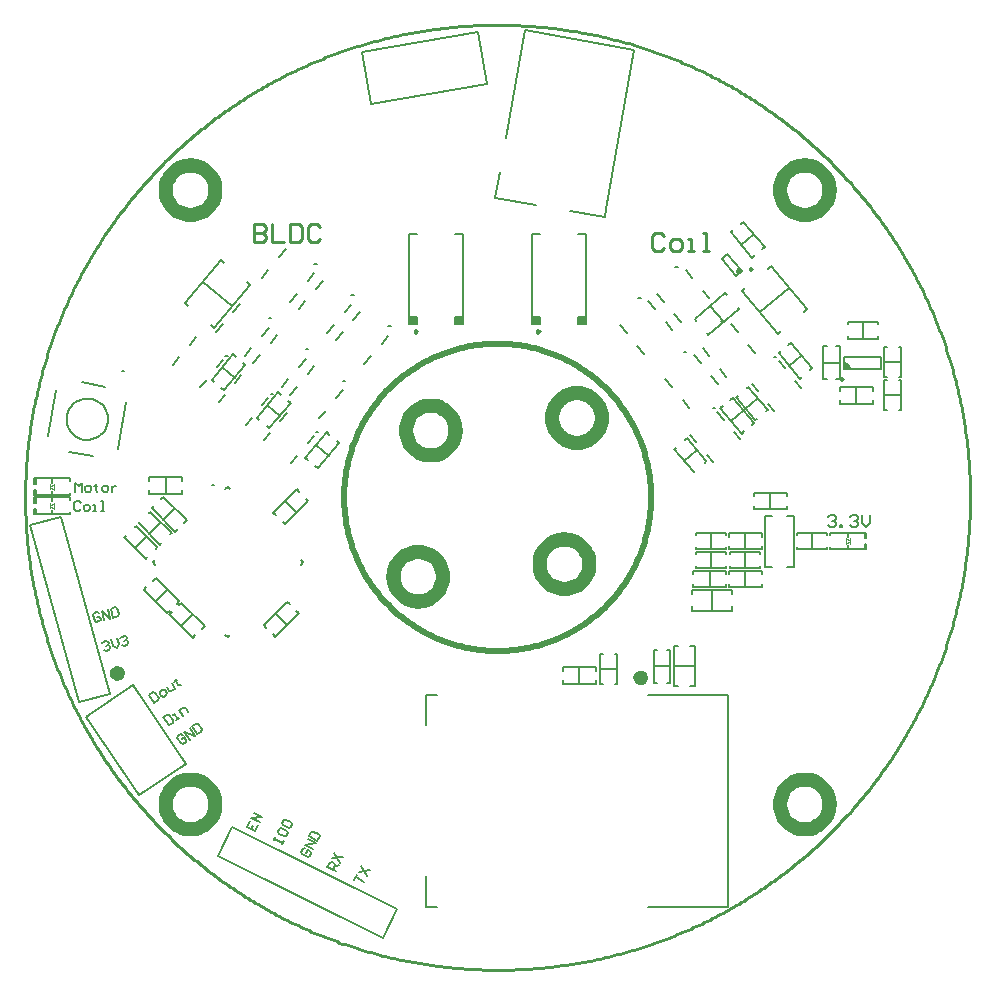
<source format=gto>
G04*
G04 #@! TF.GenerationSoftware,Altium Limited,Altium Designer,21.6.4 (81)*
G04*
G04 Layer_Color=65535*
%FSLAX25Y25*%
%MOIN*%
G70*
G04*
G04 #@! TF.SameCoordinates,78FA80CD-A9BF-463E-8246-B3BA63ED9FFF*
G04*
G04*
G04 #@! TF.FilePolarity,Positive*
G04*
G01*
G75*
%ADD10C,0.02953*%
%ADD11C,0.00500*%
%ADD12C,0.00787*%
%ADD13C,0.00984*%
%ADD14C,0.04528*%
%ADD15C,0.01968*%
%ADD16C,0.00197*%
%ADD17C,0.02803*%
%ADD18C,0.00591*%
%ADD19C,0.00394*%
%ADD20C,0.00602*%
%ADD21C,0.01000*%
%ADD22R,0.02657X0.02165*%
G36*
X81388Y75302D02*
X80376Y76509D01*
X80136Y76307D01*
X79847Y75752D01*
X79792Y75128D01*
X79980Y74530D01*
X80182Y74290D01*
D01*
X81388Y75302D01*
D02*
G37*
G36*
X115561Y42851D02*
Y44820D01*
X116152Y44820D01*
X117333Y43639D01*
X117333Y42851D01*
X115561D01*
D02*
G37*
D10*
X48563Y-59981D02*
X48071Y-59129D01*
X47087D01*
X46595Y-59981D01*
X47087Y-60834D01*
X48071D01*
X48563Y-59981D01*
D11*
X-129896Y26018D02*
X-129970Y27024D01*
X-130189Y28009D01*
X-130549Y28951D01*
X-131043Y29831D01*
X-131659Y30629D01*
X-132386Y31329D01*
X-133206Y31916D01*
X-134103Y32377D01*
X-135058Y32703D01*
X-136050Y32886D01*
X-137058Y32923D01*
X-138060Y32813D01*
X-139036Y32558D01*
X-139965Y32163D01*
X-140826Y31638D01*
X-141601Y30992D01*
X-142274Y30241D01*
X-142831Y29400D01*
X-143259Y28487D01*
X-143549Y27521D01*
X-143696Y26523D01*
Y25514D01*
X-143549Y24516D01*
X-143259Y23550D01*
X-142831Y22637D01*
X-142274Y21795D01*
X-141601Y21044D01*
X-140826Y20399D01*
X-139965Y19873D01*
X-139036Y19479D01*
X-138060Y19224D01*
X-137058Y19114D01*
X-136050Y19150D01*
X-135058Y19334D01*
X-134103Y19659D01*
X-133206Y20121D01*
X-132386Y20707D01*
X-131659Y21408D01*
X-131043Y22206D01*
X-130549Y23086D01*
X-130189Y24028D01*
X-129970Y25012D01*
X-129896Y26018D01*
X-126560Y16217D02*
X-123826Y31725D01*
X-142730Y15090D02*
X-134976Y13723D01*
X-149785Y20312D02*
X-147050Y35820D01*
X-138635Y38314D02*
X-130880Y36947D01*
X-90755Y2655D02*
X-89920Y3490D01*
X-114975Y-21565D02*
X-114140Y-20729D01*
X-65701Y-22400D02*
X-64865Y-21565D01*
X-89920Y-46619D02*
X-89085Y-45784D01*
X-89920Y3490D02*
X-89085Y2655D01*
X-114975Y-21565D02*
X-114140Y-22400D01*
X-65701Y-20729D02*
X-64865Y-21565D01*
X-90755Y-45784D02*
X-89920Y-46619D01*
X-93024Y31629D02*
X-90987Y34057D01*
X-83976Y24037D02*
X-81939Y26465D01*
X-87469Y38249D02*
X-85432Y40677D01*
X-78422Y30657D02*
X-76385Y33085D01*
X-108115Y44281D02*
X-106078Y46709D01*
X-99067Y36689D02*
X-97030Y39117D01*
X-102560Y50901D02*
X-100523Y53329D01*
X-93512Y43309D02*
X-91475Y45737D01*
X-88057Y61895D02*
X-85843Y64534D01*
X-93814Y55034D02*
X-91600Y57673D01*
X-84314Y47062D02*
X-82100Y49701D01*
X-78557Y53923D02*
X-76343Y56562D01*
X-75692Y51519D02*
X-73478Y54158D01*
X-81449Y44658D02*
X-79235Y47297D01*
X-71949Y36687D02*
X-69735Y39325D01*
X-66192Y43548D02*
X-63977Y46187D01*
X-72873Y79991D02*
X-70659Y82630D01*
X-78630Y73129D02*
X-76416Y75768D01*
X-69130Y65158D02*
X-66916Y67797D01*
X-63373Y72019D02*
X-61159Y74658D01*
X-77956Y18975D02*
X-75919Y21403D01*
X-68908Y11383D02*
X-66871Y13811D01*
X-72401Y25595D02*
X-70364Y28023D01*
X-63353Y18003D02*
X-61316Y20430D01*
X-63327Y41144D02*
X-61112Y43783D01*
X-69084Y34282D02*
X-66869Y36921D01*
X-59584Y26311D02*
X-57369Y28950D01*
X-53826Y33172D02*
X-51612Y35811D01*
X-60508Y69615D02*
X-58293Y72254D01*
X-66265Y62754D02*
X-64051Y65393D01*
X-56765Y54782D02*
X-54551Y57421D01*
X-51008Y61643D02*
X-48793Y64282D01*
X-48143Y59239D02*
X-45928Y61878D01*
X-53900Y52378D02*
X-51686Y55017D01*
X-44400Y44406D02*
X-42185Y47045D01*
X-38642Y51268D02*
X-36428Y53907D01*
X77808Y57702D02*
X80023Y55063D01*
X83565Y50840D02*
X85780Y48201D01*
X74065Y42869D02*
X76280Y40230D01*
X68308Y49730D02*
X70522Y47091D01*
X62624Y75797D02*
X64838Y73158D01*
X68382Y68936D02*
X70596Y66297D01*
X58881Y60964D02*
X61096Y58325D01*
X53124Y67826D02*
X55338Y65187D01*
X50259Y65421D02*
X52473Y62783D01*
X56016Y58560D02*
X58231Y55921D01*
X46516Y50589D02*
X48730Y47950D01*
X40759Y57450D02*
X42973Y54811D01*
X73283Y28336D02*
X75320Y25908D01*
X64235Y20744D02*
X66272Y18316D01*
X78838Y21716D02*
X80875Y19288D01*
X69790Y14124D02*
X71827Y11696D01*
X65443Y47326D02*
X67657Y44687D01*
X71200Y40465D02*
X73414Y37826D01*
X61700Y32493D02*
X63914Y29854D01*
X55943Y39354D02*
X58157Y36715D01*
X93678Y45450D02*
X95715Y43022D01*
X84630Y37857D02*
X86667Y35430D01*
X99233Y38829D02*
X101270Y36402D01*
X90185Y31238D02*
X92222Y28810D01*
D12*
X-124562Y42207D02*
X-125350D01*
X-124562D01*
X-94384Y4172D02*
X-95172D01*
X-94384D01*
X-95172D01*
X-94384D01*
X-74865Y34427D02*
X-75652D01*
X-74865D01*
X-89955Y47079D02*
X-90743D01*
X-89955D01*
X-75523Y59674D02*
X-76310D01*
X-75523D01*
X-63157Y49298D02*
X-63945D01*
X-63157D01*
X-60338Y77769D02*
X-61126D01*
X-60338D01*
X-59796Y21773D02*
X-60584D01*
X-59796D01*
X-50792Y38922D02*
X-51579D01*
X-50792D01*
X-47973Y67393D02*
X-48761D01*
X-47973D01*
X-35608Y57018D02*
X-36395D01*
X-35608D01*
X80376Y76509D02*
X79828Y75517D01*
X80087Y74415D01*
X117333Y43048D02*
X117095Y43934D01*
X116447Y44582D01*
X115561Y44820D01*
X75212Y58662D02*
X74424D01*
X75212D01*
X60028Y76757D02*
X59241D01*
X60028D01*
X47663Y66382D02*
X46875D01*
X47663D01*
X72550Y29678D02*
X71763D01*
X72550D01*
X62847Y48286D02*
X62059D01*
X62847D01*
X92946Y46792D02*
X92158D01*
X92946D01*
X50256Y-136614D02*
X76634Y-136614D01*
X-23760Y-136614D02*
Y-126378D01*
Y-136614D02*
X-20217Y-136614D01*
X-23760Y-75984D02*
Y-65748D01*
X-20217D01*
X50256Y-65748D02*
X76634Y-65748D01*
Y-136614D02*
Y-65748D01*
X-26870Y57874D02*
Y60039D01*
X-29528D02*
X-26870D01*
X-14075D02*
X-11417D01*
X-14075Y57874D02*
Y60039D01*
Y87795D02*
X-11417D01*
X-14075Y57874D02*
X-11417D01*
X-29528Y87795D02*
X-26870D01*
X-29528Y57874D02*
X-26870D01*
X-11417D02*
Y87795D01*
X-29528Y57874D02*
Y87795D01*
X-119510Y-99302D02*
X-103843Y-88735D01*
X-121455Y-62623D02*
X-103843Y-88735D01*
X-137122Y-73190D02*
X-121455Y-62623D01*
X-137122Y-73190D02*
X-119510Y-99302D01*
X14075Y57874D02*
Y60039D01*
X11417Y60039D02*
X14075Y60039D01*
X26870D02*
X29528D01*
X26870Y57874D02*
Y60039D01*
Y87795D02*
X29528Y87795D01*
X26870Y57874D02*
X29528Y57874D01*
X11417Y87795D02*
X14075Y87795D01*
X11417Y57874D02*
X14075Y57874D01*
X29528Y57874D02*
Y87795D01*
X11417Y57874D02*
Y87795D01*
X74770Y79514D02*
X79478Y73904D01*
X76580Y81033D02*
X81287Y75422D01*
X74770Y79514D02*
X76580Y81033D01*
X79478Y73904D02*
X81287Y75422D01*
X117333Y42851D02*
X117333Y43048D01*
X115561Y46788D02*
X115561Y42851D01*
X127766Y46788D02*
X127766Y42851D01*
X115561D02*
X127766D01*
X115561Y46788D02*
X127766D01*
X-38372Y-146735D02*
X-33647Y-137257D01*
X-88400Y-109958D02*
X-33647Y-137257D01*
X-93125Y-119436D02*
X-88400Y-109958D01*
X-93125Y-119436D02*
X-38372Y-146735D01*
X-155797Y-9339D02*
X-145592Y-6509D01*
X-155797Y-9339D02*
X-139447Y-68295D01*
X-129242Y-65465D01*
X-145592Y-6509D02*
X-129242Y-65465D01*
X89119Y-6049D02*
X91482D01*
X89119Y-23286D02*
X91482D01*
X89119D02*
Y-6049D01*
X96403Y-23286D02*
X98765D01*
Y-6049D01*
X96403D02*
X98765D01*
X24122Y95468D02*
X35656Y93434D01*
X36118Y96051D01*
X45501Y149266D01*
X-789Y99861D02*
X12878Y97451D01*
X-789Y99861D02*
X698Y108294D01*
X2715Y119731D02*
X9055Y155692D01*
X45501Y149266D01*
X-45351Y148449D02*
X-6579Y155285D01*
X-3503Y137838D01*
X-42275Y131001D02*
X-3503Y137838D01*
X-45351Y148449D02*
X-42275Y131001D01*
X110236Y-6563D02*
X110892Y-5907D01*
X112204D01*
X112860Y-6563D01*
Y-7219D01*
X112204Y-7875D01*
X111548D01*
X112204D01*
X112860Y-8531D01*
Y-9187D01*
X112204Y-9843D01*
X110892D01*
X110236Y-9187D01*
X114172Y-9843D02*
Y-9187D01*
X114828D01*
Y-9843D01*
X114172D01*
X117452Y-6563D02*
X118108Y-5907D01*
X119420D01*
X120076Y-6563D01*
Y-7219D01*
X119420Y-7875D01*
X118764D01*
X119420D01*
X120076Y-8531D01*
Y-9187D01*
X119420Y-9843D01*
X118108D01*
X117452Y-9187D01*
X121388Y-5907D02*
Y-8531D01*
X122699Y-9843D01*
X124011Y-8531D01*
Y-5907D01*
D13*
X-26969Y55315D02*
X-27707Y55741D01*
Y54889D01*
X-26969Y55315D01*
X13976D02*
X13238Y55741D01*
Y54889D01*
X13976Y55315D01*
X84751Y76169D02*
X84013Y76595D01*
Y75743D01*
X84751Y76169D01*
X115167Y39505D02*
X114429Y39931D01*
Y39079D01*
X115167Y39505D01*
D14*
X110630Y102362D02*
X110570Y103359D01*
X110390Y104341D01*
X110093Y105294D01*
X109683Y106204D01*
X109166Y107059D01*
X108551Y107845D01*
X107845Y108551D01*
X107059Y109167D01*
X106204Y109683D01*
X105294Y110093D01*
X104341Y110390D01*
X103359Y110570D01*
X102362Y110630D01*
X101365Y110570D01*
X100383Y110390D01*
X99430Y110093D01*
X98520Y109683D01*
X97666Y109167D01*
X96880Y108551D01*
X96174Y107845D01*
X95558Y107059D01*
X95041Y106204D01*
X94632Y105294D01*
X94335Y104341D01*
X94155Y103359D01*
X94094Y102362D01*
X94155Y101366D01*
X94335Y100384D01*
X94632Y99431D01*
X95041Y98520D01*
X95558Y97666D01*
X96174Y96880D01*
X96880Y96174D01*
X97666Y95558D01*
X98520Y95042D01*
X99430Y94632D01*
X100383Y94335D01*
X101366Y94155D01*
X102362Y94095D01*
X103359Y94155D01*
X104341Y94335D01*
X105294Y94632D01*
X106204Y95042D01*
X107059Y95558D01*
X107845Y96174D01*
X108551Y96880D01*
X109166Y97666D01*
X109683Y98520D01*
X110093Y99431D01*
X110390Y100384D01*
X110570Y101366D01*
X110630Y102362D01*
X-94095Y-102362D02*
X-94155Y-101365D01*
X-94335Y-100383D01*
X-94632Y-99430D01*
X-95042Y-98520D01*
X-95558Y-97666D01*
X-96174Y-96880D01*
X-96880Y-96174D01*
X-97666Y-95558D01*
X-98520Y-95041D01*
X-99431Y-94632D01*
X-100384Y-94335D01*
X-101366Y-94155D01*
X-102362Y-94094D01*
X-103359Y-94155D01*
X-104341Y-94335D01*
X-105294Y-94632D01*
X-106204Y-95041D01*
X-107059Y-95558D01*
X-107845Y-96174D01*
X-108551Y-96880D01*
X-109167Y-97666D01*
X-109683Y-98520D01*
X-110093Y-99430D01*
X-110390Y-100383D01*
X-110570Y-101365D01*
X-110630Y-102362D01*
X-110570Y-103359D01*
X-110390Y-104341D01*
X-110093Y-105294D01*
X-109683Y-106204D01*
X-109167Y-107059D01*
X-108551Y-107845D01*
X-107845Y-108551D01*
X-107059Y-109166D01*
X-106204Y-109683D01*
X-105294Y-110093D01*
X-104341Y-110390D01*
X-103359Y-110570D01*
X-102362Y-110630D01*
X-101366Y-110570D01*
X-100384Y-110390D01*
X-99431Y-110093D01*
X-98520Y-109683D01*
X-97666Y-109166D01*
X-96880Y-108551D01*
X-96174Y-107845D01*
X-95558Y-107059D01*
X-95042Y-106204D01*
X-94632Y-105294D01*
X-94335Y-104341D01*
X-94155Y-103359D01*
X-94095Y-102362D01*
X110630Y-102362D02*
X110570Y-101365D01*
X110390Y-100383D01*
X110093Y-99430D01*
X109683Y-98520D01*
X109166Y-97666D01*
X108551Y-96880D01*
X107845Y-96174D01*
X107059Y-95558D01*
X106204Y-95041D01*
X105294Y-94632D01*
X104341Y-94335D01*
X103359Y-94155D01*
X102362Y-94094D01*
X101365Y-94155D01*
X100383Y-94335D01*
X99430Y-94632D01*
X98520Y-95041D01*
X97666Y-95558D01*
X96880Y-96174D01*
X96174Y-96880D01*
X95558Y-97666D01*
X95041Y-98520D01*
X94632Y-99430D01*
X94335Y-100383D01*
X94155Y-101365D01*
X94094Y-102362D01*
X94155Y-103359D01*
X94335Y-104341D01*
X94632Y-105294D01*
X95041Y-106204D01*
X95558Y-107059D01*
X96174Y-107845D01*
X96880Y-108551D01*
X97666Y-109166D01*
X98520Y-109683D01*
X99430Y-110093D01*
X100383Y-110390D01*
X101366Y-110570D01*
X102362Y-110630D01*
X103359Y-110570D01*
X104341Y-110390D01*
X105294Y-110093D01*
X106204Y-109683D01*
X107059Y-109166D01*
X107845Y-108551D01*
X108551Y-107845D01*
X109166Y-107059D01*
X109683Y-106204D01*
X110093Y-105294D01*
X110390Y-104341D01*
X110570Y-103359D01*
X110630Y-102362D01*
X-94095Y102362D02*
X-94155Y103359D01*
X-94335Y104341D01*
X-94632Y105294D01*
X-95042Y106204D01*
X-95558Y107059D01*
X-96174Y107845D01*
X-96880Y108551D01*
X-97666Y109167D01*
X-98520Y109683D01*
X-99431Y110093D01*
X-100384Y110390D01*
X-101366Y110570D01*
X-102362Y110630D01*
X-103359Y110570D01*
X-104341Y110390D01*
X-105294Y110093D01*
X-106204Y109683D01*
X-107059Y109167D01*
X-107845Y108551D01*
X-108551Y107845D01*
X-109167Y107059D01*
X-109683Y106204D01*
X-110093Y105294D01*
X-110390Y104341D01*
X-110570Y103359D01*
X-110630Y102362D01*
X-110570Y101366D01*
X-110390Y100384D01*
X-110093Y99431D01*
X-109683Y98520D01*
X-109167Y97666D01*
X-108551Y96880D01*
X-107845Y96174D01*
X-107059Y95558D01*
X-106204Y95042D01*
X-105294Y94632D01*
X-104341Y94335D01*
X-103359Y94155D01*
X-102362Y94095D01*
X-101366Y94155D01*
X-100384Y94335D01*
X-99431Y94632D01*
X-98520Y95042D01*
X-97666Y95558D01*
X-96880Y96174D01*
X-96174Y96880D01*
X-95558Y97666D01*
X-95042Y98520D01*
X-94632Y99431D01*
X-94335Y100384D01*
X-94155Y101366D01*
X-94095Y102362D01*
X-18179Y-26447D02*
X-18240Y-25450D01*
X-18419Y-24468D01*
X-18717Y-23515D01*
X-19126Y-22605D01*
X-19643Y-21750D01*
X-20258Y-20964D01*
X-20965Y-20258D01*
X-21750Y-19643D01*
X-22605Y-19126D01*
X-23515Y-18717D01*
X-24468Y-18419D01*
X-25451Y-18239D01*
X-26447Y-18179D01*
X-27444Y-18239D01*
X-28426Y-18419D01*
X-29379Y-18717D01*
X-30289Y-19126D01*
X-31144Y-19643D01*
X-31929Y-20258D01*
X-32636Y-20964D01*
X-33251Y-21750D01*
X-33768Y-22605D01*
X-34178Y-23515D01*
X-34475Y-24468D01*
X-34655Y-25450D01*
X-34715Y-26447D01*
X-34655Y-27444D01*
X-34475Y-28425D01*
X-34178Y-29379D01*
X-33768Y-30289D01*
X-33251Y-31144D01*
X-32636Y-31929D01*
X-31929Y-32635D01*
X-31144Y-33251D01*
X-30289Y-33768D01*
X-29379Y-34177D01*
X-28426Y-34474D01*
X-27444Y-34654D01*
X-26447Y-34715D01*
X-25451Y-34654D01*
X-24468Y-34474D01*
X-23515Y-34177D01*
X-22605Y-33768D01*
X-21750Y-33251D01*
X-20965Y-32635D01*
X-20258Y-31929D01*
X-19643Y-31144D01*
X-19126Y-30289D01*
X-18717Y-29379D01*
X-18420Y-28425D01*
X-18240Y-27444D01*
X-18179Y-26447D01*
X30539Y-22271D02*
X30478Y-21274D01*
X30298Y-20292D01*
X30001Y-19339D01*
X29592Y-18429D01*
X29075Y-17574D01*
X28459Y-16789D01*
X27753Y-16083D01*
X26968Y-15467D01*
X26113Y-14950D01*
X25203Y-14541D01*
X24250Y-14244D01*
X23268Y-14064D01*
X22271Y-14003D01*
X21274Y-14064D01*
X20292Y-14244D01*
X19339Y-14541D01*
X18429Y-14950D01*
X17574Y-15467D01*
X16788Y-16083D01*
X16082Y-16789D01*
X15467Y-17574D01*
X14950Y-18429D01*
X14540Y-19339D01*
X14243Y-20292D01*
X14063Y-21274D01*
X14003Y-22271D01*
X14063Y-23268D01*
X14243Y-24250D01*
X14540Y-25203D01*
X14950Y-26113D01*
X15467Y-26968D01*
X16082Y-27754D01*
X16789Y-28460D01*
X17574Y-29075D01*
X18429Y-29592D01*
X19339Y-30002D01*
X20292Y-30299D01*
X21274Y-30479D01*
X22271Y-30539D01*
X23268Y-30479D01*
X24250Y-30299D01*
X25203Y-30002D01*
X26113Y-29592D01*
X26968Y-29075D01*
X27753Y-28460D01*
X28459Y-27754D01*
X29075Y-26968D01*
X29592Y-26113D01*
X30001Y-25203D01*
X30298Y-24250D01*
X30478Y-23268D01*
X30539Y-22271D01*
X-14004Y22271D02*
X-14064Y23268D01*
X-14244Y24250D01*
X-14541Y25203D01*
X-14951Y26113D01*
X-15467Y26968D01*
X-16083Y27754D01*
X-16789Y28460D01*
X-17575Y29075D01*
X-18429Y29592D01*
X-19339Y30002D01*
X-20293Y30299D01*
X-21275Y30479D01*
X-22271Y30539D01*
X-23268Y30479D01*
X-24250Y30299D01*
X-25203Y30002D01*
X-26113Y29592D01*
X-26968Y29075D01*
X-27754Y28460D01*
X-28460Y27754D01*
X-29075Y26968D01*
X-29592Y26113D01*
X-30002Y25203D01*
X-30299Y24250D01*
X-30479Y23268D01*
X-30539Y22271D01*
X-30479Y21274D01*
X-30299Y20292D01*
X-30002Y19339D01*
X-29592Y18429D01*
X-29075Y17574D01*
X-28460Y16789D01*
X-27754Y16083D01*
X-26968Y15467D01*
X-26113Y14950D01*
X-25203Y14541D01*
X-24250Y14244D01*
X-23268Y14064D01*
X-22271Y14003D01*
X-21275Y14064D01*
X-20293Y14244D01*
X-19339Y14541D01*
X-18429Y14950D01*
X-17575Y15467D01*
X-16789Y16083D01*
X-16083Y16789D01*
X-15467Y17574D01*
X-14951Y18429D01*
X-14541Y19339D01*
X-14244Y20292D01*
X-14064Y21274D01*
X-14004Y22271D01*
X34714Y26447D02*
X34654Y27444D01*
X34474Y28425D01*
X34177Y29379D01*
X33768Y30289D01*
X33251Y31144D01*
X32635Y31929D01*
X31929Y32635D01*
X31143Y33251D01*
X30289Y33768D01*
X29379Y34177D01*
X28425Y34474D01*
X27443Y34654D01*
X26447Y34715D01*
X25450Y34654D01*
X24468Y34474D01*
X23515Y34177D01*
X22605Y33768D01*
X21750Y33251D01*
X20964Y32635D01*
X20258Y31929D01*
X19643Y31144D01*
X19126Y30289D01*
X18716Y29379D01*
X18419Y28425D01*
X18239Y27444D01*
X18179Y26447D01*
X18239Y25450D01*
X18419Y24468D01*
X18716Y23515D01*
X19126Y22605D01*
X19643Y21750D01*
X20258Y20964D01*
X20964Y20258D01*
X21750Y19643D01*
X22605Y19126D01*
X23515Y18716D01*
X24468Y18419D01*
X25450Y18239D01*
X26447Y18179D01*
X27443Y18239D01*
X28425Y18419D01*
X29379Y18717D01*
X30289Y19126D01*
X31143Y19643D01*
X31929Y20258D01*
X32635Y20964D01*
X33251Y21750D01*
X33768Y22605D01*
X34177Y23515D01*
X34474Y24468D01*
X34654Y25450D01*
X34714Y26447D01*
D15*
X51181Y0D02*
X51171Y999D01*
X51142Y1997D01*
X51093Y2994D01*
X51025Y3991D01*
X50938Y4986D01*
X50831Y5979D01*
X50704Y6969D01*
X50559Y7957D01*
X50394Y8942D01*
X50210Y9924D01*
X50007Y10902D01*
X49784Y11875D01*
X49543Y12844D01*
X49283Y13808D01*
X49004Y14767D01*
X48707Y15721D01*
X48391Y16668D01*
X48056Y17609D01*
X47704Y18543D01*
X47333Y19471D01*
X46944Y20391D01*
X46537Y21303D01*
X46112Y22207D01*
X45670Y23102D01*
X45211Y23989D01*
X44734Y24866D01*
X44241Y25735D01*
X43730Y26593D01*
X43203Y27441D01*
X42659Y28279D01*
X42099Y29106D01*
X41523Y29922D01*
X40932Y30726D01*
X40324Y31519D01*
X39702Y32300D01*
X39064Y33068D01*
X38411Y33824D01*
X37744Y34567D01*
X37062Y35297D01*
X36367Y36013D01*
X35657Y36716D01*
X34934Y37405D01*
X34197Y38080D01*
X33448Y38739D01*
X32686Y39385D01*
X31911Y40015D01*
X31124Y40630D01*
X30325Y41230D01*
X29515Y41813D01*
X28694Y42381D01*
X27861Y42933D01*
X27018Y43469D01*
X26165Y43988D01*
X25302Y44490D01*
X24429Y44975D01*
X23547Y45443D01*
X22655Y45894D01*
X21756Y46327D01*
X20848Y46743D01*
X19932Y47141D01*
X19008Y47521D01*
X18077Y47882D01*
X17139Y48226D01*
X16195Y48551D01*
X15245Y48858D01*
X14289Y49146D01*
X13327Y49415D01*
X12360Y49666D01*
X11389Y49898D01*
X10413Y50111D01*
X9433Y50304D01*
X8450Y50479D01*
X7463Y50634D01*
X6474Y50770D01*
X5482Y50887D01*
X4488Y50984D01*
X3493Y51062D01*
X2496Y51120D01*
X1498Y51159D01*
X499Y51179D01*
X-499D01*
X-1498Y51159D01*
X-2496Y51120D01*
X-3493Y51062D01*
X-4488Y50984D01*
X-5482Y50887D01*
X-6474Y50770D01*
X-7464Y50634D01*
X-8450Y50479D01*
X-9433Y50304D01*
X-10413Y50111D01*
X-11389Y49898D01*
X-12360Y49666D01*
X-13327Y49416D01*
X-14289Y49146D01*
X-15245Y48858D01*
X-16195Y48551D01*
X-17140Y48226D01*
X-18077Y47882D01*
X-19008Y47521D01*
X-19932Y47141D01*
X-20848Y46743D01*
X-21756Y46327D01*
X-22656Y45894D01*
X-23547Y45443D01*
X-24429Y44975D01*
X-25302Y44490D01*
X-26165Y43988D01*
X-27018Y43469D01*
X-27861Y42933D01*
X-28694Y42381D01*
X-29515Y41813D01*
X-30325Y41230D01*
X-31124Y40630D01*
X-31911Y40015D01*
X-32686Y39385D01*
X-33448Y38739D01*
X-34197Y38080D01*
X-34934Y37405D01*
X-35657Y36716D01*
X-36367Y36014D01*
X-37062Y35297D01*
X-37744Y34567D01*
X-38411Y33824D01*
X-39064Y33068D01*
X-39702Y32300D01*
X-40325Y31519D01*
X-40932Y30726D01*
X-41524Y29922D01*
X-42099Y29106D01*
X-42659Y28279D01*
X-43203Y27441D01*
X-43730Y26593D01*
X-44241Y25735D01*
X-44734Y24867D01*
X-45211Y23989D01*
X-45671Y23102D01*
X-46113Y22207D01*
X-46537Y21303D01*
X-46944Y20391D01*
X-47333Y19471D01*
X-47704Y18544D01*
X-48057Y17609D01*
X-48391Y16668D01*
X-48707Y15721D01*
X-49004Y14768D01*
X-49283Y13809D01*
X-49543Y12844D01*
X-49784Y11875D01*
X-50007Y10902D01*
X-50210Y9924D01*
X-50394Y8942D01*
X-50559Y7957D01*
X-50704Y6969D01*
X-50831Y5979D01*
X-50938Y4986D01*
X-51025Y3991D01*
X-51094Y2994D01*
X-51142Y1997D01*
X-51171Y999D01*
X-51181Y0D01*
X-51171Y-998D01*
X-51142Y-1997D01*
X-51094Y-2994D01*
X-51025Y-3991D01*
X-50938Y-4985D01*
X-50831Y-5978D01*
X-50704Y-6969D01*
X-50559Y-7957D01*
X-50394Y-8942D01*
X-50210Y-9924D01*
X-50007Y-10901D01*
X-49784Y-11875D01*
X-49543Y-12844D01*
X-49283Y-13808D01*
X-49005Y-14767D01*
X-48707Y-15721D01*
X-48391Y-16668D01*
X-48057Y-17609D01*
X-47704Y-18543D01*
X-47333Y-19471D01*
X-46944Y-20391D01*
X-46537Y-21303D01*
X-46113Y-22207D01*
X-45671Y-23102D01*
X-45211Y-23989D01*
X-44735Y-24866D01*
X-44241Y-25734D01*
X-43730Y-26593D01*
X-43203Y-27441D01*
X-42660Y-28279D01*
X-42100Y-29106D01*
X-41524Y-29922D01*
X-40932Y-30726D01*
X-40325Y-31519D01*
X-39702Y-32300D01*
X-39064Y-33068D01*
X-38412Y-33824D01*
X-37744Y-34567D01*
X-37063Y-35297D01*
X-36367Y-36013D01*
X-35657Y-36716D01*
X-34934Y-37405D01*
X-34198Y-38079D01*
X-33448Y-38739D01*
X-32686Y-39385D01*
X-31911Y-40015D01*
X-31124Y-40630D01*
X-30326Y-41230D01*
X-29515Y-41813D01*
X-28694Y-42381D01*
X-27861Y-42933D01*
X-27018Y-43468D01*
X-26165Y-43987D01*
X-25302Y-44490D01*
X-24429Y-44975D01*
X-23547Y-45443D01*
X-22656Y-45894D01*
X-21756Y-46327D01*
X-20848Y-46743D01*
X-19932Y-47140D01*
X-19008Y-47520D01*
X-18078Y-47882D01*
X-17140Y-48226D01*
X-16196Y-48551D01*
X-15245Y-48858D01*
X-14289Y-49146D01*
X-13327Y-49415D01*
X-12361Y-49666D01*
X-11389Y-49898D01*
X-10413Y-50111D01*
X-9434Y-50304D01*
X-8450Y-50479D01*
X-7464Y-50634D01*
X-6474Y-50770D01*
X-5483Y-50887D01*
X-4489Y-50984D01*
X-3493Y-51062D01*
X-2496Y-51120D01*
X-1498Y-51159D01*
X-500Y-51179D01*
X499Y-51179D01*
X1498Y-51159D01*
X2496Y-51120D01*
X3492Y-51062D01*
X4488Y-50984D01*
X5482Y-50887D01*
X6474Y-50770D01*
X7463Y-50634D01*
X8450Y-50479D01*
X9433Y-50304D01*
X10413Y-50111D01*
X11389Y-49898D01*
X12360Y-49666D01*
X13327Y-49416D01*
X14288Y-49146D01*
X15245Y-48858D01*
X16195Y-48551D01*
X17139Y-48226D01*
X18077Y-47882D01*
X19008Y-47521D01*
X19931Y-47141D01*
X20847Y-46743D01*
X21755Y-46327D01*
X22655Y-45894D01*
X23546Y-45443D01*
X24429Y-44975D01*
X25301Y-44490D01*
X26165Y-43988D01*
X27018Y-43469D01*
X27861Y-42933D01*
X28693Y-42382D01*
X29515Y-41813D01*
X30325Y-41230D01*
X31124Y-40630D01*
X31911Y-40015D01*
X32685Y-39385D01*
X33448Y-38740D01*
X34197Y-38080D01*
X34934Y-37405D01*
X35657Y-36716D01*
X36366Y-36014D01*
X37062Y-35297D01*
X37744Y-34567D01*
X38411Y-33824D01*
X39064Y-33068D01*
X39702Y-32300D01*
X40324Y-31519D01*
X40931Y-30726D01*
X41523Y-29922D01*
X42099Y-29106D01*
X42659Y-28279D01*
X43203Y-27441D01*
X43730Y-26593D01*
X44240Y-25735D01*
X44734Y-24867D01*
X45211Y-23989D01*
X45670Y-23102D01*
X46112Y-22207D01*
X46537Y-21303D01*
X46944Y-20391D01*
X47333Y-19471D01*
X47703Y-18544D01*
X48056Y-17609D01*
X48391Y-16668D01*
X48707Y-15721D01*
X49004Y-14768D01*
X49283Y-13809D01*
X49543Y-12844D01*
X49784Y-11875D01*
X50007Y-10902D01*
X50210Y-9924D01*
X50394Y-8942D01*
X50559Y-7957D01*
X50704Y-6969D01*
X50831Y-5979D01*
X50938Y-4986D01*
X51025Y-3991D01*
X51093Y-2995D01*
X51142Y-1997D01*
X51171Y-999D01*
X51181Y-0D01*
D16*
X85871Y-11671D02*
X85084D01*
X85871D01*
D17*
X-125591Y-58661D02*
X-126035Y-57738D01*
X-127034Y-57510D01*
X-127836Y-58149D01*
Y-59174D01*
X-127034Y-59813D01*
X-126035Y-59585D01*
X-125591Y-58661D01*
D18*
X-105492Y-42894D02*
X-101595Y-38996D01*
Y-46791D02*
X-100759Y-45956D01*
X-109389Y-38996D02*
X-101595Y-46791D01*
X-109389Y-38996D02*
X-108554Y-38161D01*
X-106327Y-35934D02*
X-105492Y-35099D01*
X-97697Y-42894D01*
X-98532Y-43729D02*
X-97697Y-42894D01*
X-113988Y-34676D02*
X-110091Y-30778D01*
X-114823Y-27716D02*
X-113988Y-26881D01*
X-106193Y-34676D01*
X-107029Y-35511D02*
X-106193Y-34676D01*
X-110091Y-38573D02*
X-109256Y-37738D01*
X-117886Y-30778D02*
X-110091Y-38573D01*
X-117886Y-30778D02*
X-117051Y-29943D01*
X90945Y-3937D02*
Y1575D01*
X85433Y394D02*
Y1575D01*
X96457D01*
Y394D02*
Y1575D01*
Y-3937D02*
Y-2756D01*
X85433Y-3937D02*
X96457D01*
X85433D02*
Y-2756D01*
X-105118Y5512D02*
Y6693D01*
X-116142Y6693D02*
X-105118Y6693D01*
X-116142Y5512D02*
Y6693D01*
Y1181D02*
Y2362D01*
Y1181D02*
X-105118D01*
Y2362D01*
X-110630Y1181D02*
X-110630Y6693D01*
X-111434Y-7586D02*
X-107537Y-3688D01*
X-107537Y-11483D02*
X-106702Y-10648D01*
X-115332Y-3688D02*
X-107537Y-11483D01*
X-115332Y-3688D02*
X-114497Y-2853D01*
X-112269Y-626D02*
X-111434Y209D01*
X-103639Y-7586D01*
X-104475Y-8421D02*
X-103639Y-7586D01*
X-70854Y-1234D02*
X-66957Y-5132D01*
X-63895Y-399D02*
X-63060Y-1234D01*
X-70854Y-9029D02*
X-63060Y-1234D01*
X-71690Y-8194D02*
X-70854Y-9029D01*
X-74752Y-5132D02*
X-73917Y-5967D01*
X-74752Y-5132D02*
X-66957Y2663D01*
X-66122Y1828D01*
X-74080Y-38681D02*
X-70183Y-42579D01*
X-77978D02*
X-77142Y-43414D01*
X-77978Y-42579D02*
X-70183Y-34784D01*
X-69348Y-35619D01*
X-67120Y-37846D02*
X-66285Y-38681D01*
X-74080Y-46476D02*
X-66285Y-38681D01*
X-74915Y-45641D02*
X-74080Y-46476D01*
X-76745Y30818D02*
X-72523Y27275D01*
X-80288Y26595D02*
X-79383Y25836D01*
X-80288Y26595D02*
X-73202Y35040D01*
X-72297Y34281D01*
X-69885Y32256D02*
X-68980Y31497D01*
X-76066Y23052D02*
X-68980Y31497D01*
X-76970Y23812D02*
X-76066Y23052D01*
X-98208Y71937D02*
X-88406Y63713D01*
X-92197Y79100D02*
X-91066Y78151D01*
X-104218Y64775D02*
X-92197Y79100D01*
X-104218Y64775D02*
X-103087Y63826D01*
X-95547Y57499D02*
X-94416Y56550D01*
X-82395Y70875D01*
X-83526Y71824D02*
X-82395Y70875D01*
X-91825Y43471D02*
X-87602Y39928D01*
X-95368Y39249D02*
X-94463Y38489D01*
X-95368Y39249D02*
X-88282Y47693D01*
X-87377Y46934D01*
X-84964Y44910D02*
X-84059Y44150D01*
X-91145Y35706D02*
X-84059Y44150D01*
X-92050Y36465D02*
X-91145Y35706D01*
X-60763Y10447D02*
X-59858Y9688D01*
X-52772Y18133D01*
X-53677Y18892D02*
X-52772Y18133D01*
X-56994Y21676D02*
X-56090Y20917D01*
X-64080Y13231D02*
X-56994Y21676D01*
X-64080Y13231D02*
X-63176Y12472D01*
X-60537Y17454D02*
X-56315Y13911D01*
X133703Y40016D02*
X134459D01*
X134459Y50016D02*
X134459Y40016D01*
X133703Y50016D02*
X134459Y50016D01*
X128947D02*
X129703Y50016D01*
X128947Y50016D02*
X128947Y40016D01*
X129703D01*
X128947Y45017D02*
X134459Y45017D01*
X128947Y38993D02*
X129703D01*
X128947Y28993D02*
Y38993D01*
Y28993D02*
X129703Y28993D01*
X133703Y28993D02*
X134459Y28993D01*
Y38993D01*
X133703D02*
X134459D01*
X128947Y33993D02*
X134459Y33993D01*
X108475Y44918D02*
X113986Y44918D01*
X108475Y39406D02*
X109656D01*
X108475D02*
Y50430D01*
X109656Y50430D01*
X112805Y50430D02*
X113986D01*
Y39406D02*
Y50430D01*
X112805Y39406D02*
X113986Y39406D01*
X87309Y61691D02*
X97111Y69916D01*
X81299Y68854D02*
X82430Y69803D01*
X81299Y68854D02*
X93320Y54528D01*
X94450Y55477D01*
X101990Y61804D02*
X103121Y62753D01*
X91101Y77078D02*
X103121Y62753D01*
X89970Y76129D02*
X91101Y77078D01*
X119498Y31237D02*
Y36749D01*
X113986Y36749D02*
X113986Y35568D01*
X113986Y36749D02*
X125010D01*
X125010Y35568D02*
X125010Y36749D01*
X125010Y32418D02*
X125010Y31237D01*
X113986D02*
X125010D01*
X113986D02*
Y32418D01*
X126860Y57646D02*
Y58402D01*
X116860D02*
X126860D01*
X116860Y57646D02*
Y58402D01*
Y52890D02*
Y53646D01*
Y52890D02*
X126860Y52890D01*
X126860Y53646D01*
X121860Y52890D02*
X121860Y58402D01*
X104022Y42309D02*
X104927Y43068D01*
X97841Y51513D02*
X104927Y43068D01*
X96937Y50753D02*
X97841Y51513D01*
X93619Y47970D02*
X94524Y48729D01*
X93619Y47970D02*
X100705Y39525D01*
X101610Y40284D01*
X97162Y43747D02*
X101384Y47290D01*
X70793Y63765D02*
X75349Y58336D01*
X79970Y63241D02*
X80476Y62638D01*
X70222Y54034D02*
X80476Y62638D01*
X69715Y54637D02*
X70222Y54034D01*
X75920Y68067D02*
X76427Y67464D01*
X65666Y59462D02*
X75920Y68067D01*
X65666Y59462D02*
X66172Y58859D01*
X81220Y84123D02*
X85442Y87665D01*
X80995Y91129D02*
X81899Y91888D01*
X88985Y83443D01*
X88081Y82684D02*
X88985Y83443D01*
X84763Y79900D02*
X85668Y80660D01*
X77677Y88345D02*
X84763Y79900D01*
X77677Y88345D02*
X78582Y89104D01*
X84640Y23989D02*
X85544Y24748D01*
X78458Y33193D02*
X85544Y24748D01*
X77554Y32434D02*
X78458Y33193D01*
X74236Y29650D02*
X75141Y30409D01*
X74236Y29650D02*
X81322Y21205D01*
X82227Y21964D01*
X77779Y25427D02*
X82001Y28970D01*
X62096Y12268D02*
X66319Y15811D01*
X62526Y19155D02*
X63105Y19641D01*
X69533Y11981D01*
X68953Y11495D02*
X69533Y11981D01*
X65310Y8438D02*
X65889Y8924D01*
X58882Y16098D02*
X65310Y8438D01*
X58882Y16098D02*
X59461Y16584D01*
X82604Y29476D02*
X86827Y33019D01*
X83034Y36364D02*
X83613Y36850D01*
X90041Y29189D01*
X89462Y28703D02*
X90041Y29189D01*
X85818Y25646D02*
X86397Y26132D01*
X79391Y33307D02*
X85818Y25646D01*
X79391Y33307D02*
X79970Y33793D01*
X-120846Y-16909D02*
X-116949Y-13012D01*
X-117311Y-20445D02*
X-116776Y-19910D01*
X-124382Y-13374D02*
X-117311Y-20445D01*
X-124382Y-13374D02*
X-123847Y-12839D01*
X-121019Y-10011D02*
X-120484Y-9476D01*
X-113413Y-16547D01*
X-113948Y-17082D02*
X-113413Y-16547D01*
X-116122Y-12185D02*
X-112224Y-8287D01*
X-112586Y-15721D02*
X-112052Y-15186D01*
X-119658Y-8649D02*
X-112586Y-15721D01*
X-119658Y-8649D02*
X-119123Y-8115D01*
X-116295Y-5286D02*
X-115760Y-4752D01*
X-108689Y-11823D01*
X-109223Y-12358D02*
X-108689Y-11823D01*
X-148425Y-4134D02*
X-148425Y-5512D01*
Y0D02*
X-148425Y-1378D01*
X-154425Y-3756D02*
X-153925Y-3756D01*
X-154425Y-3756D02*
X-154425Y-5512D01*
X-153925Y-5512D01*
X-154425Y-1756D02*
X-153925D01*
X-154425D02*
Y-0D01*
X-153925Y0D01*
X-142425Y-5512D02*
X-142425Y-4756D01*
X-154331Y-5512D02*
X-142425Y-5512D01*
X-153925Y-3756D02*
X-153925Y-5512D01*
Y-1756D02*
Y0D01*
X-154331Y0D02*
X-142425Y-0D01*
X-142425Y-756D01*
X-142425Y6299D02*
X-142425Y5543D01*
X-154331Y6299D02*
X-142425Y6299D01*
X-153925Y4543D02*
Y6299D01*
X-153925Y787D02*
X-153925Y2543D01*
X-154331Y787D02*
X-142425Y787D01*
Y1543D01*
X-154425Y6299D02*
X-153925D01*
X-154425Y4543D02*
Y6299D01*
Y4543D02*
X-153925Y4543D01*
X-154425Y787D02*
X-153925Y787D01*
X-154425Y787D02*
Y2543D01*
X-153925Y2543D01*
X-148425Y4921D02*
X-148425Y6299D01*
Y787D02*
X-148425Y2165D01*
X32677Y-57874D02*
Y-56693D01*
X21654D02*
X32677D01*
X21654Y-57874D02*
Y-56693D01*
Y-62205D02*
Y-61024D01*
Y-62205D02*
X32677D01*
Y-61024D01*
X27165Y-62205D02*
Y-56693D01*
X51968Y-50787D02*
X53150D01*
X51968Y-61811D02*
Y-50787D01*
Y-61811D02*
X53150D01*
X56299D02*
X57480D01*
Y-50787D01*
X56299D02*
X57480D01*
X51968Y-56299D02*
X57480D01*
X58661D02*
X65748D01*
X58661Y-49606D02*
X60236D01*
X58661Y-62992D02*
Y-49606D01*
Y-62992D02*
X60236D01*
X64173D02*
X65748D01*
Y-49606D01*
X64173D02*
X65748D01*
X34252Y-57087D02*
X39764D01*
X34252Y-62087D02*
X35008D01*
X34252D02*
Y-52087D01*
X35008D01*
X39008D02*
X39764D01*
Y-62087D02*
Y-52087D01*
X39008Y-62087D02*
X39764D01*
X71501Y-37852D02*
Y-30766D01*
X78194Y-32341D02*
Y-30766D01*
X64808D02*
X78194D01*
X64808Y-32341D02*
Y-30766D01*
Y-37852D02*
Y-36278D01*
Y-37852D02*
X78194D01*
Y-36278D01*
X116929Y-13189D02*
Y-11811D01*
Y-17323D02*
Y-15945D01*
X122429Y-13567D02*
X122929D01*
Y-11811D01*
X122429D02*
X122929D01*
X122429Y-15567D02*
X122929D01*
Y-17323D02*
Y-15567D01*
X122429Y-17323D02*
X122929D01*
X110929Y-12567D02*
Y-11811D01*
X122835D01*
X122429Y-13567D02*
Y-11811D01*
Y-17323D02*
Y-15567D01*
X110929Y-17323D02*
X122835D01*
X110929D02*
Y-16567D01*
X71108Y-23679D02*
Y-18168D01*
X66108Y-18923D02*
Y-18168D01*
X76108D01*
Y-18923D02*
Y-18168D01*
Y-23679D02*
Y-22923D01*
X66108Y-23679D02*
X76108D01*
X66108D02*
Y-22923D01*
X99921Y-17323D02*
Y-16567D01*
Y-17323D02*
X109921D01*
Y-16567D01*
Y-12567D02*
Y-11811D01*
X99921D02*
X109921D01*
X99921Y-12567D02*
Y-11811D01*
X104921Y-17323D02*
Y-11811D01*
X71108Y-17380D02*
Y-11868D01*
X66108Y-12624D02*
Y-11868D01*
X76108D01*
Y-12624D02*
Y-11868D01*
Y-17380D02*
Y-16624D01*
X66108Y-17380D02*
X76108D01*
X66108D02*
Y-16624D01*
X82525Y-23679D02*
Y-18168D01*
X77525Y-18923D02*
Y-18168D01*
X87525D01*
Y-18923D02*
Y-18168D01*
Y-23679D02*
Y-22923D01*
X77525Y-23679D02*
X87525D01*
X77525D02*
Y-22923D01*
X77013Y-29978D02*
Y-28797D01*
Y-29978D02*
X88037D01*
Y-28797D01*
Y-25648D02*
Y-24467D01*
X77013D02*
X88037D01*
X77013Y-25648D02*
Y-24467D01*
X82525Y-29978D02*
Y-24467D01*
X65202Y-29978D02*
Y-28797D01*
Y-29978D02*
X76226D01*
Y-28797D01*
Y-25648D02*
Y-24467D01*
X65202D02*
X76226D01*
X65202Y-25648D02*
Y-24467D01*
X70714Y-29978D02*
Y-24467D01*
X88037Y-13049D02*
Y-11868D01*
X77013D02*
X88037D01*
X77013Y-13049D02*
Y-11868D01*
Y-17380D02*
Y-16199D01*
Y-17380D02*
X88037D01*
Y-16199D01*
X82525Y-17380D02*
Y-11868D01*
X-47782Y-127593D02*
X-46846Y-125715D01*
X-47314Y-126654D01*
X-44496Y-128059D01*
X-46378Y-124775D02*
X-42623Y-124302D01*
X-45441Y-122897D02*
X-43560Y-126180D01*
X-53914Y-124536D02*
X-56732Y-123131D01*
X-56029Y-121722D01*
X-55326Y-121487D01*
X-54386Y-121955D01*
X-54151Y-122659D01*
X-54853Y-124068D01*
X-54385Y-123129D02*
X-52977Y-122658D01*
X-55327Y-120313D02*
X-51573Y-119840D01*
X-54390Y-118435D02*
X-52509Y-121718D01*
X-74630Y-114207D02*
X-74162Y-113268D01*
X-74396Y-113738D01*
X-71579Y-115143D01*
X-71813Y-115612D01*
X-71345Y-114673D01*
X-72757Y-110450D02*
X-73226Y-111390D01*
X-72990Y-112093D01*
X-71112Y-113030D01*
X-70408Y-112794D01*
X-69940Y-111855D01*
X-70175Y-111151D01*
X-72054Y-110215D01*
X-72757Y-110450D01*
X-71585Y-109275D02*
X-71821Y-108572D01*
X-71352Y-107632D01*
X-70649Y-107397D01*
X-68770Y-108334D01*
X-68535Y-109037D01*
X-69003Y-109977D01*
X-69707Y-110212D01*
X-71585Y-109275D01*
X-82643Y-107867D02*
X-83580Y-109745D01*
X-80762Y-111150D01*
X-79826Y-109272D01*
X-82171Y-110448D02*
X-81703Y-109509D01*
X-79357Y-108332D02*
X-82175Y-106928D01*
X-78421Y-106454D01*
X-81238Y-105049D01*
X-64275Y-117025D02*
X-64979Y-117260D01*
X-65447Y-118200D01*
X-65212Y-118903D01*
X-63333Y-119840D01*
X-62629Y-119605D01*
X-62161Y-118665D01*
X-62397Y-117962D01*
X-63336Y-117493D01*
X-63804Y-118432D01*
X-61458Y-117256D02*
X-64276Y-115851D01*
X-60522Y-115378D01*
X-63340Y-113973D01*
X-62871Y-113034D02*
X-60054Y-114439D01*
X-59351Y-113030D01*
X-59587Y-112326D01*
X-61465Y-111389D01*
X-62169Y-111625D01*
X-62871Y-113034D01*
X-105007Y-79131D02*
X-105736Y-78989D01*
X-106606Y-79576D01*
X-106747Y-80304D01*
X-105573Y-82045D01*
X-104845Y-82186D01*
X-103975Y-81599D01*
X-103833Y-80871D01*
X-104420Y-80001D01*
X-105290Y-80588D01*
X-102670Y-80719D02*
X-104430Y-78109D01*
X-100930Y-79545D01*
X-102690Y-76935D01*
X-101820Y-76348D02*
X-100059Y-78958D01*
X-98754Y-78078D01*
X-98613Y-77350D01*
X-99787Y-75609D01*
X-100515Y-75468D01*
X-101820Y-76348D01*
X-111444Y-73342D02*
X-109683Y-75952D01*
X-108378Y-75072D01*
X-108236Y-74343D01*
X-109410Y-72603D01*
X-110139Y-72461D01*
X-111444Y-73342D01*
X-107073Y-74191D02*
X-106203Y-73604D01*
X-106638Y-73898D01*
X-107812Y-72158D01*
X-108247Y-72451D01*
X-104898Y-72724D02*
X-106071Y-70984D01*
X-104766Y-70103D01*
X-104038Y-70245D01*
X-103157Y-71550D01*
X-116168Y-65861D02*
X-114408Y-68471D01*
X-113102Y-67591D01*
X-112961Y-66863D01*
X-114135Y-65122D01*
X-114863Y-64981D01*
X-116168Y-65861D01*
X-111362Y-66417D02*
X-110492Y-65830D01*
X-110351Y-65102D01*
X-110937Y-64232D01*
X-111666Y-64090D01*
X-112536Y-64677D01*
X-112678Y-65406D01*
X-112091Y-66276D01*
X-111362Y-66417D01*
X-110361Y-63210D02*
X-109480Y-64515D01*
X-108752Y-64657D01*
X-107447Y-63776D01*
X-108621Y-62036D01*
X-107609Y-60721D02*
X-107315Y-61156D01*
X-107750Y-61449D01*
X-106880Y-60862D01*
X-107315Y-61156D01*
X-106435Y-62461D01*
X-105707Y-62603D01*
X-131786Y-48713D02*
X-131421Y-48067D01*
X-130409Y-47787D01*
X-129763Y-48152D01*
X-129623Y-48658D01*
X-129989Y-49304D01*
X-130494Y-49444D01*
X-129989Y-49304D01*
X-129343Y-49669D01*
X-129202Y-50175D01*
X-129568Y-50821D01*
X-130579Y-51101D01*
X-131225Y-50736D01*
X-128892Y-47366D02*
X-128331Y-49389D01*
X-127039Y-50120D01*
X-126309Y-48828D01*
X-126869Y-46805D01*
X-125718Y-47030D02*
X-125352Y-46385D01*
X-124341Y-46104D01*
X-123695Y-46469D01*
X-123555Y-46975D01*
X-123920Y-47621D01*
X-124426Y-47761D01*
X-123920Y-47621D01*
X-123274Y-47987D01*
X-123134Y-48492D01*
X-123500Y-49138D01*
X-124511Y-49419D01*
X-125157Y-49053D01*
X-132913Y-38704D02*
X-133559Y-38338D01*
X-134570Y-38618D01*
X-134936Y-39264D01*
X-134375Y-41287D01*
X-133729Y-41653D01*
X-132717Y-41372D01*
X-132352Y-40726D01*
X-132632Y-39715D01*
X-133644Y-39995D01*
X-131200Y-40951D02*
X-132042Y-37917D01*
X-129178Y-40390D01*
X-130019Y-37356D01*
X-129008Y-37076D02*
X-128166Y-40110D01*
X-126649Y-39689D01*
X-126284Y-39043D01*
X-126845Y-37021D01*
X-127491Y-36655D01*
X-129008Y-37076D01*
D19*
X-149114Y-2756D02*
X-147736Y-1772D01*
X-147736Y-2756D01*
X-149114D02*
X-149114Y-1870D01*
X-149114Y-3642D02*
Y-2756D01*
X-147736Y-3740D02*
X-147736Y-2756D01*
X-149114D02*
X-147736Y-3740D01*
X-149114Y3543D02*
X-147736Y2559D01*
Y3543D01*
X-149114Y2657D02*
X-149114Y3543D01*
Y4429D01*
X-147736Y3543D02*
X-147736Y4528D01*
X-149114Y3543D02*
X-147736Y4528D01*
X116240Y-15551D02*
X117618Y-14567D01*
X116240Y-15551D02*
Y-14567D01*
X117618Y-15453D02*
Y-14567D01*
Y-13681D01*
X116240Y-14567D02*
Y-13583D01*
X117618Y-14567D01*
D20*
X-139031Y-1892D02*
X-139556Y-1367D01*
X-140605D01*
X-141130Y-1892D01*
Y-3991D01*
X-140605Y-4516D01*
X-139556D01*
X-139031Y-3991D01*
X-137457Y-4516D02*
X-136407D01*
X-135882Y-3991D01*
Y-2942D01*
X-136407Y-2417D01*
X-137457D01*
X-137981Y-2942D01*
Y-3991D01*
X-137457Y-4516D01*
X-134833D02*
X-133783D01*
X-134308D01*
Y-2417D01*
X-134833D01*
X-132209Y-4516D02*
X-131159D01*
X-131684D01*
Y-1367D01*
X-132209D01*
X-140736Y1784D02*
Y4932D01*
X-139687Y3883D01*
X-138637Y4932D01*
Y1784D01*
X-137063D02*
X-136013D01*
X-135489Y2308D01*
Y3358D01*
X-136013Y3883D01*
X-137063D01*
X-137588Y3358D01*
Y2308D01*
X-137063Y1784D01*
X-133914Y4407D02*
Y3883D01*
X-134439D01*
X-133389D01*
X-133914D01*
Y2308D01*
X-133389Y1784D01*
X-131290D02*
X-130241D01*
X-129716Y2308D01*
Y3358D01*
X-130241Y3883D01*
X-131290D01*
X-131815Y3358D01*
Y2308D01*
X-131290Y1784D01*
X-128667Y3883D02*
Y1784D01*
Y2833D01*
X-128142Y3358D01*
X-127617Y3883D01*
X-127092D01*
D21*
X55392Y87101D02*
X54393Y88100D01*
X52393D01*
X51394Y87101D01*
Y83102D01*
X52393Y82102D01*
X54393D01*
X55392Y83102D01*
X58391Y82102D02*
X60391D01*
X61391Y83102D01*
Y85101D01*
X60391Y86101D01*
X58391D01*
X57392Y85101D01*
Y83102D01*
X58391Y82102D01*
X63390D02*
X65389D01*
X64389D01*
Y86101D01*
X63390D01*
X68388Y82102D02*
X70388D01*
X69388D01*
Y88100D01*
X68388D01*
X-81283Y91250D02*
Y85252D01*
X-78284D01*
X-77285Y86252D01*
Y87251D01*
X-78284Y88251D01*
X-81283D01*
X-78284D01*
X-77285Y89251D01*
Y90250D01*
X-78284Y91250D01*
X-81283D01*
X-75285D02*
Y85252D01*
X-71287D01*
X-69287Y91250D02*
Y85252D01*
X-66288D01*
X-65289Y86252D01*
Y90250D01*
X-66288Y91250D01*
X-69287D01*
X-59291Y90250D02*
X-60290Y91250D01*
X-62290D01*
X-63289Y90250D01*
Y86252D01*
X-62290Y85252D01*
X-60290D01*
X-59291Y86252D01*
X157480Y0D02*
X157477Y1001D01*
X157468Y2001D01*
X157452Y3001D01*
X157430Y4002D01*
X157401Y5002D01*
X157366Y6001D01*
X157325Y7001D01*
X157277Y8000D01*
X157223Y8999D01*
X157163Y9998D01*
X157096Y10996D01*
X157023Y11994D01*
X156944Y12991D01*
X156858Y13988D01*
X156766Y14985D01*
X156667Y15980D01*
X156563Y16975D01*
X156452Y17969D01*
X156334Y18963D01*
X156211Y19956D01*
X156081Y20948D01*
X155945Y21939D01*
X155802Y22929D01*
X155653Y23919D01*
X155498Y24907D01*
X155337Y25894D01*
X155169Y26881D01*
X154995Y27866D01*
X154815Y28850D01*
X154629Y29833D01*
X154436Y30815D01*
X154237Y31795D01*
X154032Y32775D01*
X153821Y33753D01*
X153603Y34729D01*
X153379Y35704D01*
X153149Y36678D01*
X152913Y37650D01*
X152671Y38621D01*
X152423Y39590D01*
X152168Y40558D01*
X151907Y41524D01*
X151640Y42488D01*
X151367Y43450D01*
X151088Y44411D01*
X150803Y45370D01*
X150512Y46327D01*
X150215Y47282D01*
X149911Y48236D01*
X149602Y49187D01*
X149286Y50137D01*
X148965Y51084D01*
X148637Y52029D01*
X148304Y52973D01*
X147964Y53914D01*
X147619Y54853D01*
X147267Y55789D01*
X146910Y56724D01*
X146546Y57656D01*
X146177Y58586D01*
X145802Y59513D01*
X145421Y60438D01*
X145034Y61361D01*
X144641Y62281D01*
X144243Y63199D01*
X143838Y64114D01*
X143428Y65026D01*
X143012Y65936D01*
X142590Y66844D01*
X142163Y67748D01*
X141729Y68650D01*
X141290Y69549D01*
X140846Y70445D01*
X140395Y71338D01*
X139939Y72229D01*
X139478Y73117D01*
X139010Y74001D01*
X138537Y74883D01*
X138059Y75761D01*
X137575Y76637D01*
X137085Y77509D01*
X136590Y78379D01*
X136089Y79245D01*
X135583Y80108D01*
X135071Y80968D01*
X134554Y81824D01*
X134032Y82677D01*
X133504Y83527D01*
X132970Y84374D01*
X132432Y85217D01*
X131888Y86056D01*
X131338Y86893D01*
X130784Y87725D01*
X130224Y88554D01*
X129658Y89380D01*
X129088Y90202D01*
X128512Y91020D01*
X127931Y91835D01*
X127345Y92646D01*
X126754Y93453D01*
X126158Y94256D01*
X125557Y95056D01*
X124950Y95851D01*
X124339Y96643D01*
X123722Y97431D01*
X123101Y98215D01*
X122474Y98995D01*
X121843Y99771D01*
X121207Y100543D01*
X120565Y101312D01*
X119919Y102075D01*
X119269Y102835D01*
X118613Y103591D01*
X117952Y104342D01*
X117287Y105089D01*
X116617Y105833D01*
X115942Y106571D01*
X115263Y107306D01*
X114579Y108036D01*
X113890Y108762D01*
X113197Y109483D01*
X112499Y110200D01*
X111797Y110912D01*
X111090Y111620D01*
X110379Y112324D01*
X109663Y113023D01*
X108942Y113717D01*
X108218Y114407D01*
X107489Y115092D01*
X106755Y115773D01*
X106018Y116449D01*
X105276Y117120D01*
X104530Y117786D01*
X103779Y118448D01*
X103025Y119105D01*
X102266Y119757D01*
X101503Y120404D01*
X100736Y121047D01*
X99965Y121684D01*
X99190Y122317D01*
X98411Y122944D01*
X97628Y123567D01*
X96841Y124185D01*
X96050Y124798D01*
X95255Y125405D01*
X94457Y126008D01*
X93654Y126605D01*
X92848Y127198D01*
X92038Y127785D01*
X91224Y128367D01*
X90407Y128944D01*
X89586Y129516D01*
X88761Y130083D01*
X87933Y130644D01*
X87101Y131200D01*
X86266Y131751D01*
X85427Y132296D01*
X84585Y132836D01*
X83740Y133371D01*
X82890Y133900D01*
X82038Y134424D01*
X81182Y134942D01*
X80324Y135455D01*
X79461Y135963D01*
X78596Y136465D01*
X77728Y136962D01*
X76856Y137453D01*
X75981Y137938D01*
X75103Y138418D01*
X74222Y138892D01*
X73338Y139361D01*
X72452Y139824D01*
X71562Y140282D01*
X70669Y140734D01*
X69774Y141180D01*
X68875Y141620D01*
X67974Y142055D01*
X67070Y142484D01*
X66164Y142907D01*
X65254Y143324D01*
X64343Y143736D01*
X63428Y144142D01*
X62511Y144542D01*
X61592Y144936D01*
X60670Y145325D01*
X59745Y145707D01*
X58818Y146084D01*
X57889Y146455D01*
X56957Y146819D01*
X56024Y147178D01*
X55087Y147531D01*
X54149Y147878D01*
X53208Y148219D01*
X52266Y148554D01*
X51321Y148883D01*
X50374Y149206D01*
X49425Y149523D01*
X48474Y149834D01*
X47521Y150139D01*
X46566Y150438D01*
X45610Y150731D01*
X44651Y151018D01*
X43691Y151298D01*
X42729Y151573D01*
X41765Y151841D01*
X40799Y152103D01*
X39832Y152360D01*
X38864Y152610D01*
X37893Y152853D01*
X36921Y153091D01*
X35948Y153323D01*
X34973Y153548D01*
X33997Y153767D01*
X33019Y153980D01*
X32041Y154186D01*
X31060Y154387D01*
X30079Y154581D01*
X29096Y154769D01*
X28112Y154951D01*
X27127Y155126D01*
X26141Y155296D01*
X25154Y155458D01*
X24166Y155615D01*
X23177Y155765D01*
X22187Y155910D01*
X21196Y156047D01*
X20204Y156179D01*
X19211Y156304D01*
X18218Y156423D01*
X17224Y156536D01*
X16229Y156642D01*
X15234Y156742D01*
X14238Y156835D01*
X13241Y156923D01*
X12244Y157004D01*
X11246Y157078D01*
X10248Y157147D01*
X9249Y157209D01*
X8250Y157264D01*
X7251Y157313D01*
X6251Y157356D01*
X5252Y157393D01*
X4252Y157423D01*
X3251Y157447D01*
X2251Y157464D01*
X1251Y157475D01*
X250Y157480D01*
X-750Y157478D01*
X-1751Y157471D01*
X-2751Y157456D01*
X-3751Y157436D01*
X-4752Y157409D01*
X-5751Y157375D01*
X-6751Y157335D01*
X-7751Y157290D01*
X-8750Y157237D01*
X-9748Y157178D01*
X-10747Y157113D01*
X-11745Y157042D01*
X-12742Y156964D01*
X-13739Y156880D01*
X-14736Y156789D01*
X-15731Y156693D01*
X-16727Y156589D01*
X-17721Y156480D01*
X-18715Y156364D01*
X-19708Y156242D01*
X-20700Y156114D01*
X-21691Y155979D01*
X-22682Y155838D01*
X-23672Y155691D01*
X-24660Y155537D01*
X-25648Y155378D01*
X-26634Y155212D01*
X-27620Y155039D01*
X-28604Y154861D01*
X-29588Y154676D01*
X-30570Y154485D01*
X-31550Y154287D01*
X-32530Y154084D01*
X-33508Y153874D01*
X-34485Y153658D01*
X-35461Y153436D01*
X-36435Y153208D01*
X-37407Y152973D01*
X-38379Y152732D01*
X-39348Y152485D01*
X-40316Y152232D01*
X-41282Y151973D01*
X-42247Y151708D01*
X-43210Y151436D01*
X-44171Y151159D01*
X-45131Y150875D01*
X-46088Y150585D01*
X-47044Y150289D01*
X-47998Y149987D01*
X-48950Y149680D01*
X-49900Y149366D01*
X-50848Y149046D01*
X-51793Y148720D01*
X-52737Y148387D01*
X-53679Y148049D01*
X-54618Y147705D01*
X-55556Y147355D01*
X-56491Y147000D01*
X-57423Y146638D01*
X-58354Y146270D01*
X-59282Y145896D01*
X-60208Y145517D01*
X-61131Y145131D01*
X-62052Y144740D01*
X-62970Y144343D01*
X-63886Y143940D01*
X-64799Y143531D01*
X-65709Y143116D01*
X-66617Y142696D01*
X-67523Y142270D01*
X-68425Y141838D01*
X-69325Y141401D01*
X-70222Y140957D01*
X-71116Y140508D01*
X-72007Y140054D01*
X-72895Y139593D01*
X-73781Y139128D01*
X-74663Y138656D01*
X-75542Y138179D01*
X-76419Y137696D01*
X-77292Y137208D01*
X-78162Y136714D01*
X-79029Y136215D01*
X-79893Y135710D01*
X-80753Y135199D01*
X-81611Y134684D01*
X-82465Y134163D01*
X-83315Y133636D01*
X-84163Y133104D01*
X-85007Y132567D01*
X-85847Y132024D01*
X-86684Y131476D01*
X-87518Y130922D01*
X-88348Y130364D01*
X-89174Y129800D01*
X-89997Y129231D01*
X-90816Y128656D01*
X-91632Y128077D01*
X-92444Y127492D01*
X-93252Y126902D01*
X-94056Y126307D01*
X-94857Y125707D01*
X-95653Y125102D01*
X-96446Y124492D01*
X-97235Y123877D01*
X-98020Y123256D01*
X-98801Y122631D01*
X-99578Y122001D01*
X-100351Y121366D01*
X-101120Y120726D01*
X-101885Y120081D01*
X-102646Y119431D01*
X-103403Y118777D01*
X-104155Y118117D01*
X-104903Y117453D01*
X-105648Y116785D01*
X-106387Y116111D01*
X-107123Y115433D01*
X-107854Y114750D01*
X-108581Y114062D01*
X-109303Y113370D01*
X-110021Y112674D01*
X-110735Y111972D01*
X-111444Y111267D01*
X-112149Y110556D01*
X-112849Y109842D01*
X-113544Y109123D01*
X-114235Y108399D01*
X-114921Y107671D01*
X-115603Y106939D01*
X-116280Y106202D01*
X-116953Y105462D01*
X-117620Y104716D01*
X-118283Y103967D01*
X-118941Y103214D01*
X-119595Y102456D01*
X-120243Y101694D01*
X-120887Y100928D01*
X-121525Y100158D01*
X-122159Y99384D01*
X-122788Y98606D01*
X-123412Y97824D01*
X-124031Y97038D01*
X-124645Y96248D01*
X-125254Y95454D01*
X-125858Y94656D01*
X-126457Y93855D01*
X-127050Y93050D01*
X-127639Y92241D01*
X-128222Y91428D01*
X-128801Y90611D01*
X-129374Y89791D01*
X-129941Y88968D01*
X-130504Y88140D01*
X-131061Y87309D01*
X-131614Y86475D01*
X-132160Y85637D01*
X-132702Y84796D01*
X-133238Y83951D01*
X-133768Y83103D01*
X-134293Y82252D01*
X-134813Y81397D01*
X-135328Y80539D01*
X-135837Y79677D01*
X-136340Y78813D01*
X-136838Y77945D01*
X-137330Y77074D01*
X-137817Y76200D01*
X-138299Y75323D01*
X-138774Y74443D01*
X-139244Y73560D01*
X-139709Y72674D01*
X-140168Y71785D01*
X-140621Y70893D01*
X-141069Y69998D01*
X-141510Y69100D01*
X-141947Y68200D01*
X-142377Y67297D01*
X-142802Y66391D01*
X-143220Y65482D01*
X-143634Y64571D01*
X-144041Y63657D01*
X-144442Y62741D01*
X-144838Y61822D01*
X-145228Y60901D01*
X-145612Y59977D01*
X-145990Y59051D01*
X-146362Y58122D01*
X-146729Y57191D01*
X-147089Y56258D01*
X-147443Y55322D01*
X-147792Y54384D01*
X-148134Y53444D01*
X-148471Y52502D01*
X-148801Y51558D01*
X-149126Y50611D01*
X-149444Y49663D01*
X-149757Y48713D01*
X-150063Y47760D01*
X-150364Y46806D01*
X-150658Y45850D01*
X-150946Y44892D01*
X-151228Y43932D01*
X-151505Y42970D01*
X-151774Y42007D01*
X-152038Y41042D01*
X-152296Y40075D01*
X-152547Y39107D01*
X-152793Y38137D01*
X-153032Y37165D01*
X-153265Y36192D01*
X-153492Y35218D01*
X-153712Y34242D01*
X-153927Y33265D01*
X-154135Y32286D01*
X-154337Y31306D01*
X-154533Y30325D01*
X-154722Y29343D01*
X-154906Y28359D01*
X-155083Y27375D01*
X-155254Y26389D01*
X-155418Y25402D01*
X-155576Y24414D01*
X-155728Y23425D01*
X-155874Y22436D01*
X-156013Y21445D01*
X-156146Y20453D01*
X-156273Y19461D01*
X-156394Y18468D01*
X-156508Y17474D01*
X-156616Y16479D01*
X-156717Y15484D01*
X-156813Y14488D01*
X-156901Y13491D01*
X-156984Y12494D01*
X-157060Y11497D01*
X-157130Y10499D01*
X-157194Y9500D01*
X-157251Y8501D01*
X-157301Y7502D01*
X-157346Y6503D01*
X-157384Y5503D01*
X-157416Y4503D01*
X-157441Y3503D01*
X-157460Y2503D01*
X-157473Y1502D01*
X-157480Y502D01*
X-157480Y-499D01*
X-157473Y-1499D01*
X-157460Y-2499D01*
X-157441Y-3500D01*
X-157416Y-4500D01*
X-157384Y-5500D01*
X-157346Y-6499D01*
X-157302Y-7499D01*
X-157251Y-8498D01*
X-157194Y-9497D01*
X-157130Y-10496D01*
X-157060Y-11494D01*
X-156984Y-12491D01*
X-156902Y-13488D01*
X-156813Y-14485D01*
X-156718Y-15481D01*
X-156616Y-16476D01*
X-156508Y-17470D01*
X-156394Y-18464D01*
X-156274Y-19458D01*
X-156147Y-20450D01*
X-156014Y-21442D01*
X-155874Y-22432D01*
X-155729Y-23422D01*
X-155577Y-24411D01*
X-155419Y-25399D01*
X-155254Y-26386D01*
X-155083Y-27371D01*
X-154906Y-28356D01*
X-154723Y-29340D01*
X-154534Y-30322D01*
X-154338Y-31303D01*
X-154136Y-32283D01*
X-153928Y-33262D01*
X-153713Y-34239D01*
X-153493Y-35215D01*
X-153266Y-36189D01*
X-153033Y-37162D01*
X-152794Y-38133D01*
X-152548Y-39103D01*
X-152297Y-40072D01*
X-152039Y-41039D01*
X-151775Y-42004D01*
X-151505Y-42967D01*
X-151229Y-43929D01*
X-150947Y-44888D01*
X-150659Y-45847D01*
X-150365Y-46803D01*
X-150064Y-47757D01*
X-149758Y-48709D01*
X-149445Y-49660D01*
X-149127Y-50608D01*
X-148802Y-51555D01*
X-148472Y-52499D01*
X-148135Y-53441D01*
X-147793Y-54381D01*
X-147444Y-55319D01*
X-147090Y-56254D01*
X-146730Y-57188D01*
X-146363Y-58119D01*
X-145991Y-59047D01*
X-145613Y-59974D01*
X-145229Y-60898D01*
X-144839Y-61819D01*
X-144444Y-62738D01*
X-144042Y-63654D01*
X-143635Y-64568D01*
X-143222Y-65479D01*
X-142803Y-66388D01*
X-142378Y-67294D01*
X-141948Y-68197D01*
X-141512Y-69097D01*
X-141070Y-69995D01*
X-140622Y-70890D01*
X-140169Y-71782D01*
X-139710Y-72671D01*
X-139246Y-73557D01*
X-138776Y-74440D01*
X-138300Y-75320D01*
X-137819Y-76197D01*
X-137332Y-77071D01*
X-136840Y-77942D01*
X-136342Y-78810D01*
X-135838Y-79674D01*
X-135329Y-80536D01*
X-134815Y-81394D01*
X-134295Y-82249D01*
X-133770Y-83100D01*
X-133239Y-83948D01*
X-132703Y-84793D01*
X-132162Y-85634D01*
X-131615Y-86472D01*
X-131063Y-87307D01*
X-130506Y-88138D01*
X-129943Y-88965D01*
X-129376Y-89789D01*
X-128803Y-90609D01*
X-128224Y-91425D01*
X-127641Y-92238D01*
X-127052Y-93047D01*
X-126459Y-93852D01*
X-125860Y-94654D01*
X-125256Y-95451D01*
X-124647Y-96245D01*
X-124033Y-97035D01*
X-123414Y-97821D01*
X-122790Y-98603D01*
X-122161Y-99381D01*
X-121528Y-100155D01*
X-120889Y-100926D01*
X-120245Y-101691D01*
X-119597Y-102453D01*
X-118943Y-103211D01*
X-118285Y-103965D01*
X-117622Y-104714D01*
X-116955Y-105459D01*
X-116282Y-106200D01*
X-115605Y-106937D01*
X-114924Y-107669D01*
X-114237Y-108397D01*
X-113547Y-109120D01*
X-112851Y-109839D01*
X-112151Y-110554D01*
X-111446Y-111264D01*
X-110737Y-111970D01*
X-110024Y-112671D01*
X-109306Y-113368D01*
X-108583Y-114060D01*
X-107856Y-114748D01*
X-107125Y-115431D01*
X-106390Y-116109D01*
X-105650Y-116782D01*
X-104906Y-117451D01*
X-104158Y-118115D01*
X-103405Y-118775D01*
X-102648Y-119429D01*
X-101888Y-120079D01*
X-101123Y-120724D01*
X-100354Y-121364D01*
X-99581Y-121999D01*
X-98804Y-122629D01*
X-98023Y-123254D01*
X-97238Y-123874D01*
X-96449Y-124490D01*
X-95656Y-125100D01*
X-94859Y-125705D01*
X-94059Y-126305D01*
X-93254Y-126900D01*
X-92446Y-127490D01*
X-91635Y-128075D01*
X-90819Y-128654D01*
X-90000Y-129229D01*
X-89177Y-129798D01*
X-88351Y-130362D01*
X-87521Y-130921D01*
X-86687Y-131474D01*
X-85850Y-132022D01*
X-85010Y-132565D01*
X-84166Y-133102D01*
X-83319Y-133634D01*
X-82468Y-134161D01*
X-81614Y-134682D01*
X-80757Y-135198D01*
X-79896Y-135708D01*
X-79032Y-136213D01*
X-78166Y-136712D01*
X-77295Y-137206D01*
X-76422Y-137694D01*
X-75546Y-138177D01*
X-74667Y-138654D01*
X-73784Y-139126D01*
X-72899Y-139592D01*
X-72010Y-140052D01*
X-71119Y-140506D01*
X-70225Y-140955D01*
X-69328Y-141399D01*
X-68429Y-141836D01*
X-67526Y-142268D01*
X-66621Y-142694D01*
X-65713Y-143115D01*
X-64803Y-143529D01*
X-63889Y-143938D01*
X-62974Y-144341D01*
X-62055Y-144738D01*
X-61135Y-145130D01*
X-60211Y-145515D01*
X-59286Y-145895D01*
X-58358Y-146268D01*
X-57427Y-146636D01*
X-56495Y-146998D01*
X-55560Y-147354D01*
X-54622Y-147704D01*
X-53683Y-148048D01*
X-52741Y-148386D01*
X-51798Y-148718D01*
X-50852Y-149044D01*
X-49904Y-149364D01*
X-48954Y-149678D01*
X-48002Y-149986D01*
X-47048Y-150288D01*
X-46093Y-150584D01*
X-45135Y-150874D01*
X-44175Y-151157D01*
X-43214Y-151435D01*
X-42251Y-151707D01*
X-41287Y-151972D01*
X-40321Y-152231D01*
X-39353Y-152484D01*
X-38383Y-152731D01*
X-37412Y-152972D01*
X-36439Y-153207D01*
X-35465Y-153435D01*
X-34490Y-153657D01*
X-33513Y-153873D01*
X-32535Y-154083D01*
X-31555Y-154287D01*
X-30574Y-154484D01*
X-29592Y-154675D01*
X-28609Y-154860D01*
X-27624Y-155038D01*
X-26639Y-155211D01*
X-25652Y-155377D01*
X-24665Y-155537D01*
X-23676Y-155690D01*
X-22686Y-155838D01*
X-21696Y-155979D01*
X-20704Y-156113D01*
X-19712Y-156242D01*
X-18719Y-156364D01*
X-17725Y-156480D01*
X-16731Y-156589D01*
X-15736Y-156692D01*
X-14740Y-156789D01*
X-13743Y-156879D01*
X-12746Y-156964D01*
X-11749Y-157041D01*
X-10751Y-157113D01*
X-9753Y-157178D01*
X-8754Y-157237D01*
X-7755Y-157289D01*
X-6755Y-157335D01*
X-5756Y-157375D01*
X-4756Y-157408D01*
X-3755Y-157436D01*
X-2755Y-157456D01*
X-1755Y-157471D01*
X-754Y-157478D01*
X246Y-157480D01*
X1247Y-157475D01*
X2247Y-157464D01*
X3248Y-157447D01*
X4248Y-157423D01*
X5248Y-157393D01*
X6248Y-157356D01*
X7247Y-157314D01*
X8247Y-157264D01*
X9245Y-157209D01*
X10244Y-157147D01*
X11242Y-157079D01*
X12240Y-157004D01*
X13237Y-156923D01*
X14234Y-156836D01*
X15230Y-156742D01*
X16226Y-156642D01*
X17220Y-156536D01*
X18215Y-156423D01*
X19208Y-156305D01*
X20201Y-156179D01*
X21192Y-156048D01*
X22184Y-155910D01*
X23174Y-155766D01*
X24163Y-155616D01*
X25151Y-155459D01*
X26138Y-155296D01*
X27124Y-155127D01*
X28109Y-154951D01*
X29093Y-154770D01*
X30076Y-154582D01*
X31057Y-154387D01*
X32037Y-154187D01*
X33016Y-153980D01*
X33994Y-153768D01*
X34970Y-153549D01*
X35945Y-153323D01*
X36918Y-153092D01*
X37890Y-152854D01*
X38861Y-152610D01*
X39829Y-152360D01*
X40797Y-152104D01*
X41762Y-151842D01*
X42726Y-151574D01*
X43688Y-151299D01*
X44648Y-151019D01*
X45607Y-150732D01*
X46564Y-150439D01*
X47518Y-150140D01*
X48471Y-149835D01*
X49422Y-149524D01*
X50371Y-149207D01*
X51318Y-148884D01*
X52263Y-148555D01*
X53206Y-148220D01*
X54146Y-147879D01*
X55085Y-147532D01*
X56021Y-147179D01*
X56955Y-146820D01*
X57886Y-146455D01*
X58816Y-146085D01*
X59743Y-145708D01*
X60667Y-145326D01*
X61589Y-144937D01*
X62509Y-144543D01*
X63426Y-144143D01*
X64340Y-143737D01*
X65252Y-143325D01*
X66162Y-142908D01*
X67068Y-142485D01*
X67972Y-142056D01*
X68873Y-141621D01*
X69771Y-141181D01*
X70667Y-140735D01*
X71560Y-140283D01*
X72449Y-139825D01*
X73336Y-139362D01*
X74220Y-138893D01*
X75101Y-138419D01*
X75979Y-137939D01*
X76854Y-137454D01*
X77726Y-136963D01*
X78594Y-136466D01*
X79460Y-135964D01*
X80322Y-135456D01*
X81181Y-134943D01*
X82037Y-134425D01*
X82889Y-133901D01*
X83738Y-133372D01*
X84584Y-132837D01*
X85426Y-132297D01*
X86265Y-131752D01*
X87100Y-131201D01*
X87932Y-130645D01*
X88760Y-130084D01*
X89584Y-129517D01*
X90406Y-128945D01*
X91223Y-128368D01*
X92037Y-127786D01*
X92847Y-127199D01*
X93653Y-126606D01*
X94455Y-126009D01*
X95254Y-125406D01*
X96049Y-124799D01*
X96840Y-124186D01*
X97627Y-123568D01*
X98410Y-122945D01*
X99189Y-122318D01*
X99964Y-121685D01*
X100735Y-121047D01*
X101502Y-120405D01*
X102265Y-119758D01*
X103024Y-119106D01*
X103779Y-118449D01*
X104529Y-117787D01*
X105275Y-117120D01*
X106017Y-116449D01*
X106755Y-115773D01*
X107488Y-115093D01*
X108217Y-114408D01*
X108942Y-113718D01*
X109662Y-113023D01*
X110378Y-112324D01*
X111089Y-111621D01*
X111796Y-110913D01*
X112499Y-110200D01*
X113197Y-109483D01*
X113890Y-108762D01*
X114578Y-108036D01*
X115263Y-107306D01*
X115942Y-106572D01*
X116617Y-105833D01*
X117287Y-105090D01*
X117952Y-104343D01*
X118613Y-103591D01*
X119268Y-102835D01*
X119919Y-102076D01*
X120565Y-101312D01*
X121206Y-100544D01*
X121843Y-99772D01*
X122474Y-98996D01*
X123101Y-98215D01*
X123722Y-97431D01*
X124339Y-96643D01*
X124950Y-95851D01*
X125557Y-95056D01*
X126158Y-94256D01*
X126754Y-93453D01*
X127346Y-92646D01*
X127931Y-91835D01*
X128512Y-91020D01*
X129088Y-90202D01*
X129658Y-89380D01*
X130224Y-88554D01*
X130784Y-87725D01*
X131338Y-86892D01*
X131888Y-86056D01*
X132432Y-85216D01*
X132971Y-84373D01*
X133504Y-83527D01*
X134032Y-82677D01*
X134554Y-81824D01*
X135072Y-80967D01*
X135583Y-80108D01*
X136090Y-79245D01*
X136590Y-78378D01*
X137085Y-77509D01*
X137575Y-76637D01*
X138059Y-75761D01*
X138538Y-74882D01*
X139011Y-74001D01*
X139478Y-73116D01*
X139940Y-72228D01*
X140396Y-71338D01*
X140846Y-70445D01*
X141291Y-69548D01*
X141730Y-68649D01*
X142163Y-67747D01*
X142591Y-66843D01*
X143012Y-65935D01*
X143428Y-65026D01*
X143839Y-64113D01*
X144243Y-63198D01*
X144642Y-62280D01*
X145034Y-61360D01*
X145421Y-60437D01*
X145802Y-59512D01*
X146177Y-58585D01*
X146547Y-57655D01*
X146910Y-56723D01*
X147267Y-55788D01*
X147619Y-54852D01*
X147965Y-53913D01*
X148304Y-52971D01*
X148638Y-52028D01*
X148965Y-51083D01*
X149287Y-50135D01*
X149602Y-49186D01*
X149912Y-48234D01*
X150215Y-47281D01*
X150512Y-46326D01*
X150804Y-45368D01*
X151089Y-44409D01*
X151368Y-43449D01*
X151641Y-42486D01*
X151908Y-41522D01*
X152169Y-40556D01*
X152423Y-39588D01*
X152672Y-38619D01*
X152914Y-37648D01*
X153150Y-36676D01*
X153380Y-35702D01*
X153604Y-34727D01*
X153821Y-33751D01*
X154032Y-32773D01*
X154237Y-31794D01*
X154436Y-30813D01*
X154629Y-29831D01*
X154815Y-28848D01*
X154996Y-27864D01*
X155169Y-26879D01*
X155337Y-25892D01*
X155499Y-24905D01*
X155654Y-23917D01*
X155802Y-22927D01*
X155945Y-21937D01*
X156081Y-20946D01*
X156211Y-19954D01*
X156335Y-18961D01*
X156452Y-17967D01*
X156563Y-16973D01*
X156668Y-15978D01*
X156766Y-14982D01*
X156858Y-13986D01*
X156944Y-12989D01*
X157023Y-11992D01*
X157096Y-10994D01*
X157163Y-9996D01*
X157223Y-8997D01*
X157277Y-7998D01*
X157325Y-6999D01*
X157366Y-5999D01*
X157401Y-4999D01*
X157430Y-3999D01*
X157452Y-2999D01*
X157468Y-1998D01*
X157477Y-998D01*
X157480Y0D01*
D22*
X-28199Y58957D02*
D03*
X-12746Y58956D02*
D03*
X12746Y58956D02*
D03*
X28199Y58957D02*
D03*
M02*

</source>
